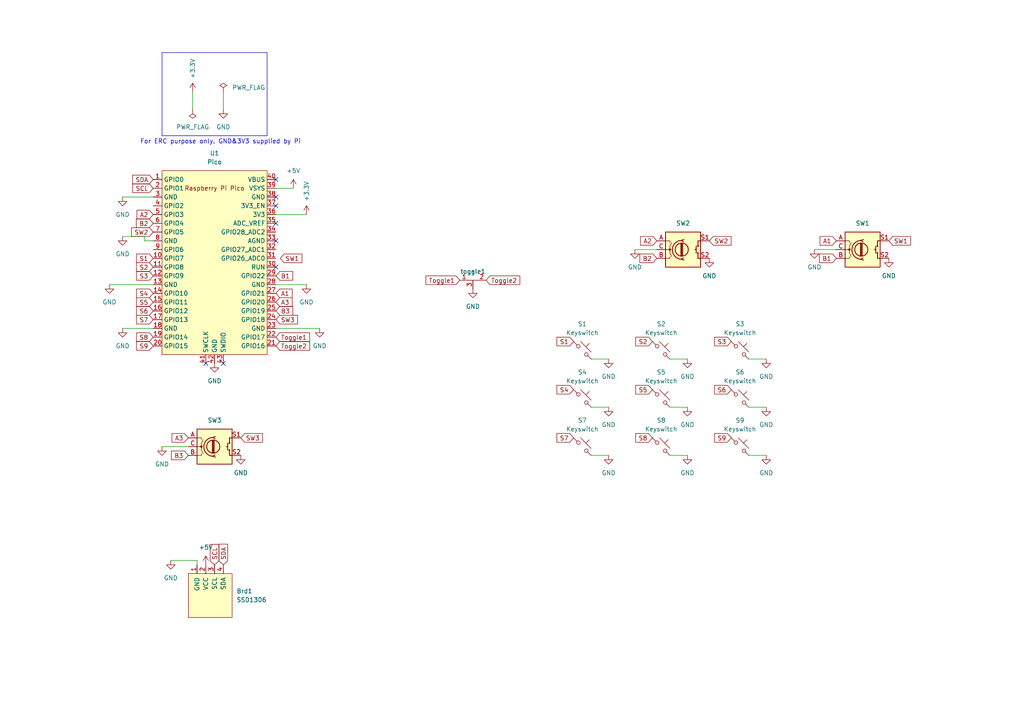
<source format=kicad_sch>
(kicad_sch (version 20230121) (generator eeschema)
  (paper "A4")
  (lib_symbols
    (symbol "Device:RotaryEncoder_Switch" (pin_names (offset 0.254) hide)
      (property "Reference" "SW" (at 0 6.604 0))
      (property "Value" "RotaryEncoder_Switch" (at 0 -6.604 0))
      (symbol "RotaryEncoder_Switch_0_1"
        (rectangle (start -5.08 5.08) (end 5.08 -5.08) (stroke (width 0.254)) (fill (type background)))
        (circle (center -3.81 0) (radius 0.254) (fill (type outline)))
        (circle (center -0.381 0) (radius 1.905) (stroke (width 0.254)))
        (arc (start -0.381 2.667) (mid -3.0988 -0.0635) (end -0.381 -2.794) (stroke (width 0.254)))
        (polyline (pts (xy -0.635 -1.778) (xy -0.635 1.778)) (stroke (width 0.254)))
        (polyline (pts (xy -0.381 -1.778) (xy -0.381 1.778)) (stroke (width 0.254)))
        (polyline (pts (xy -0.127 1.778) (xy -0.127 -1.778)) (stroke (width 0.254)))
        (polyline (pts (xy 3.81 0) (xy 3.429 0)) (stroke (width 0.254)))
        (polyline (pts (xy 3.81 1.016) (xy 3.81 -1.016)) (stroke (width 0.254)))
        (polyline (pts (xy -5.08 -2.54) (xy -3.81 -2.54) (xy -3.81 -2.032)))
        (polyline (pts (xy -5.08 2.54) (xy -3.81 2.54) (xy -3.81 2.032)))
        (polyline (pts (xy 0.254 -3.048) (xy -0.508 -2.794) (xy 0.127 -2.413)) (stroke (width 0.254)))
        (polyline (pts (xy 0.254 2.921) (xy -0.508 2.667) (xy 0.127 2.286)) (stroke (width 0.254)))
        (polyline (pts (xy 5.08 -2.54) (xy 4.318 -2.54) (xy 4.318 -1.016)) (stroke (width 0.254)))
        (polyline (pts (xy 5.08 2.54) (xy 4.318 2.54) (xy 4.318 1.016)) (stroke (width 0.254)))
        (polyline (pts (xy -5.08 0) (xy -3.81 0) (xy -3.81 -1.016) (xy -3.302 -2.032)))
        (polyline (pts (xy -4.318 0) (xy -3.81 0) (xy -3.81 1.016) (xy -3.302 2.032)))
        (circle (center 4.318 -1.016) (radius 0.127) (stroke (width 0.254)))
        (circle (center 4.318 1.016) (radius 0.127) (stroke (width 0.254)))
      )
      (symbol "RotaryEncoder_Switch_1_1"
        (pin passive line (at -7.62 2.54 0) (length 2.54) (name "A") (number "A"))
        (pin passive line (at -7.62 -2.54 0) (length 2.54) (name "B") (number "B"))
        (pin passive line (at -7.62 0 0) (length 2.54) (name "C") (number "C"))
        (pin passive line (at 7.62 2.54 180) (length 2.54) (name "S1") (number "S1"))
        (pin passive line (at 7.62 -2.54 180) (length 2.54) (name "S2") (number "S2"))
      )
    )
    (symbol "MCU_RaspberryPi_and_Boards:Pico"
      (property "Reference" "U" (at -13.97 27.94 0))
      (property "Value" "Pico" (at 0 19.05 0))
      (symbol "Pico_0_0"
        (text "Raspberry Pi Pico" (at 0 21.59 0) (effects (font (size 1.27 1.27))))
      )
      (symbol "Pico_0_1"
        (rectangle (start -15.24 26.67) (end 15.24 -26.67) (fill (type background)))
      )
      (symbol "Pico_1_1"
        (pin bidirectional line (at -17.78 24.13 0) (length 2.54) (name "GPIO0") (number "1"))
        (pin bidirectional line (at -17.78 1.27 0) (length 2.54) (name "GPIO7") (number "10"))
        (pin bidirectional line (at -17.78 -1.27 0) (length 2.54) (name "GPIO8") (number "11"))
        (pin bidirectional line (at -17.78 -3.81 0) (length 2.54) (name "GPIO9") (number "12"))
        (pin power_in line (at -17.78 -6.35 0) (length 2.54) (name "GND") (number "13"))
        (pin bidirectional line (at -17.78 -8.89 0) (length 2.54) (name "GPIO10") (number "14"))
        (pin bidirectional line (at -17.78 -11.43 0) (length 2.54) (name "GPIO11") (number "15"))
        (pin bidirectional line (at -17.78 -13.97 0) (length 2.54) (name "GPIO12") (number "16"))
        (pin bidirectional line (at -17.78 -16.51 0) (length 2.54) (name "GPIO13") (number "17"))
        (pin power_in line (at -17.78 -19.05 0) (length 2.54) (name "GND") (number "18"))
        (pin bidirectional line (at -17.78 -21.59 0) (length 2.54) (name "GPIO14") (number "19"))
        (pin bidirectional line (at -17.78 21.59 0) (length 2.54) (name "GPIO1") (number "2"))
        (pin bidirectional line (at -17.78 -24.13 0) (length 2.54) (name "GPIO15") (number "20"))
        (pin bidirectional line (at 17.78 -24.13 180) (length 2.54) (name "GPIO16") (number "21"))
        (pin bidirectional line (at 17.78 -21.59 180) (length 2.54) (name "GPIO17") (number "22"))
        (pin power_in line (at 17.78 -19.05 180) (length 2.54) (name "GND") (number "23"))
        (pin bidirectional line (at 17.78 -16.51 180) (length 2.54) (name "GPIO18") (number "24"))
        (pin bidirectional line (at 17.78 -13.97 180) (length 2.54) (name "GPIO19") (number "25"))
        (pin bidirectional line (at 17.78 -11.43 180) (length 2.54) (name "GPIO20") (number "26"))
        (pin bidirectional line (at 17.78 -8.89 180) (length 2.54) (name "GPIO21") (number "27"))
        (pin power_in line (at 17.78 -6.35 180) (length 2.54) (name "GND") (number "28"))
        (pin bidirectional line (at 17.78 -3.81 180) (length 2.54) (name "GPIO22") (number "29"))
        (pin power_in line (at -17.78 19.05 0) (length 2.54) (name "GND") (number "3"))
        (pin input line (at 17.78 -1.27 180) (length 2.54) (name "RUN") (number "30"))
        (pin bidirectional line (at 17.78 1.27 180) (length 2.54) (name "GPIO26_ADC0") (number "31"))
        (pin bidirectional line (at 17.78 3.81 180) (length 2.54) (name "GPIO27_ADC1") (number "32"))
        (pin power_in line (at 17.78 6.35 180) (length 2.54) (name "AGND") (number "33"))
        (pin bidirectional line (at 17.78 8.89 180) (length 2.54) (name "GPIO28_ADC2") (number "34"))
        (pin power_in line (at 17.78 11.43 180) (length 2.54) (name "ADC_VREF") (number "35"))
        (pin power_in line (at 17.78 13.97 180) (length 2.54) (name "3V3") (number "36"))
        (pin input line (at 17.78 16.51 180) (length 2.54) (name "3V3_EN") (number "37"))
        (pin bidirectional line (at 17.78 19.05 180) (length 2.54) (name "GND") (number "38"))
        (pin power_in line (at 17.78 21.59 180) (length 2.54) (name "VSYS") (number "39"))
        (pin bidirectional line (at -17.78 16.51 0) (length 2.54) (name "GPIO2") (number "4"))
        (pin power_in line (at 17.78 24.13 180) (length 2.54) (name "VBUS") (number "40"))
        (pin input line (at -2.54 -29.21 90) (length 2.54) (name "SWCLK") (number "41"))
        (pin power_in line (at 0 -29.21 90) (length 2.54) (name "GND") (number "42"))
        (pin bidirectional line (at 2.54 -29.21 90) (length 2.54) (name "SWDIO") (number "43"))
        (pin bidirectional line (at -17.78 13.97 0) (length 2.54) (name "GPIO3") (number "5"))
        (pin bidirectional line (at -17.78 11.43 0) (length 2.54) (name "GPIO4") (number "6"))
        (pin bidirectional line (at -17.78 8.89 0) (length 2.54) (name "GPIO5") (number "7"))
        (pin power_in line (at -17.78 6.35 0) (length 2.54) (name "GND") (number "8"))
        (pin bidirectional line (at -17.78 3.81 0) (length 2.54) (name "GPIO6") (number "9"))
      )
    )
    (symbol "Scotto keedbs:Placeholder_Keyswitch" (pin_numbers hide) (pin_names (offset 1.016) hide)
      (property "Reference" "S" (at 3.048 1.016 0))
      (property "Value" "Keyswitch" (at 0 -3.81 0))
      (symbol "Placeholder_Keyswitch_0_1"
        (circle (center -1.1684 1.1684) (radius 0.508))
        (polyline (pts (xy -0.508 2.54) (xy 2.54 -0.508)))
        (polyline (pts (xy 1.016 1.016) (xy 2.032 2.032)))
        (polyline (pts (xy -2.54 2.54) (xy -1.524 1.524) (xy -1.524 1.524)))
        (polyline (pts (xy 1.524 -1.524) (xy 2.54 -2.54) (xy 2.54 -2.54) (xy 2.54 -2.54)))
        (circle (center 1.143 -1.1938) (radius 0.508))
        (pin passive line (at -2.54 2.54 0) (length 0) (name "1") (number "1"))
        (pin passive line (at 2.54 -2.54 180) (length 0) (name "2") (number "2"))
      )
    )
    (symbol "dis:SSD1306" (pin_names (offset 1.016))
      (property "Reference" "Brd" (at 0 -3.81 0))
      (property "Value" "SSD1306" (at 0 -1.27 0))
      (symbol "SSD1306_0_1"
        (rectangle (start -6.35 6.35) (end 6.35 -6.35) (fill (type background)))
      )
      (symbol "SSD1306_1_1"
        (pin input line (at -3.81 8.89 270) (length 2.54) (name "GND") (number "1"))
        (pin input line (at -1.27 8.89 270) (length 2.54) (name "VCC") (number "2"))
        (pin input line (at 1.27 8.89 270) (length 2.54) (name "SCL") (number "3"))
        (pin input line (at 3.81 8.89 270) (length 2.54) (name "SDA") (number "4"))
      )
    )
    (symbol "power:+3.3V" (power) (pin_names (offset 0))
      (property "Value" "+3.3V" (at 0 3.556 0))
      (symbol "+3.3V_0_1"
        (polyline (pts (xy -0.762 1.27) (xy 0 2.54)))
        (polyline (pts (xy 0 0) (xy 0 2.54)))
        (polyline (pts (xy 0 2.54) (xy 0.762 1.27)))
      )
      (symbol "+3.3V_1_1"
        (pin power_in line (at 0 0 90) (length 0) hide (name "+3.3V") (number "1"))
      )
    )
    (symbol "power:+5V" (power) (pin_names (offset 0))
      (property "Value" "+5V" (at 0 3.556 0))
      (symbol "+5V_0_1"
        (polyline (pts (xy -0.762 1.27) (xy 0 2.54)))
        (polyline (pts (xy 0 0) (xy 0 2.54)))
        (polyline (pts (xy 0 2.54) (xy 0.762 1.27)))
      )
      (symbol "+5V_1_1"
        (pin power_in line (at 0 0 90) (length 0) hide (name "+5V") (number "1"))
      )
    )
    (symbol "power:GND" (power) (pin_names (offset 0))
      (property "Value" "GND" (at 0 -3.81 0))
      (symbol "GND_0_1"
        (polyline (pts (xy 0 0) (xy 0 -1.27) (xy 1.27 -1.27) (xy 0 -2.54) (xy -1.27 -1.27) (xy 0 -1.27)))
      )
      (symbol "GND_1_1"
        (pin power_in line (at 0 0 270) (length 0) hide (name "GND") (number "1"))
      )
    )
    (symbol "power:PWR_FLAG" (power) (pin_numbers hide) (pin_names (offset 0) hide)
      (property "Value" "PWR_FLAG" (at 0 3.81 0))
      (symbol "PWR_FLAG_0_0"
        (pin power_out line (at 0 0 90) (length 0) (name "pwr") (number "1"))
      )
      (symbol "PWR_FLAG_0_1"
        (polyline (pts (xy 0 0) (xy 0 1.27) (xy -1.016 1.905) (xy 0 2.54) (xy 1.016 1.905) (xy 0 1.27)))
      )
    )
    (symbol "toggle_on-off-on_1"
      (property "Reference" "toggle" (at 0 0 0))
      (symbol "toggle_on-off-on_1_0_1"
        (polyline (pts (xy -1.27 -2.54) (xy 1.27 -2.54) (xy 1.27 -2.54)))
      )
      (symbol "toggle_on-off-on_1_1_1"
        (pin output line (at -3.81 -2.54 0) (length 2.54) (name "") (number "1"))
        (pin output line (at 3.81 -2.54 180) (length 2.54) (name "") (number "2"))
        (pin input line (at 0 -5.08 90) (length 2.54) (name "") (number "3"))
      )
    )
  )
  (no_connect (at 80.01 64.77))
  (no_connect (at 80.01 69.85))
  (no_connect (at 80.01 57.15))
  (no_connect (at 64.77 105.41))
  (no_connect (at 59.69 105.41))
  (no_connect (at 80.01 52.07))
  (no_connect (at 80.01 59.69))
  (no_connect (at 80.01 77.47))
  (wire (pts (xy 222.25 118.11) (xy 217.17 118.11)))
  (wire (pts (xy 176.53 104.14) (xy 171.45 104.14)))
  (wire (pts (xy 222.25 132.08) (xy 217.17 132.08)))
  (wire (pts (xy 41.91 68.58) (xy 41.91 69.85)))
  (wire (pts (xy 92.71 95.25) (xy 80.01 95.25)))
  (wire (pts (xy 35.56 95.25) (xy 44.45 95.25)))
  (wire (pts (xy 85.09 54.61) (xy 80.01 54.61)))
  (wire (pts (xy 46.99 129.54) (xy 54.61 129.54)))
  (wire (pts (xy 199.39 118.11) (xy 194.31 118.11)))
  (wire (pts (xy 88.9 62.23) (xy 80.01 62.23)))
  (wire (pts (xy 80.01 82.55) (xy 88.9 82.55)))
  (wire (pts (xy 41.91 69.85) (xy 44.45 69.85)))
  (wire (pts (xy 64.77 26.67) (xy 64.77 31.75)))
  (wire (pts (xy 55.88 26.67) (xy 55.88 31.75)))
  (wire (pts (xy 176.53 132.08) (xy 171.45 132.08)))
  (wire (pts (xy 49.53 162.56) (xy 57.15 162.56)))
  (wire (pts (xy 176.53 118.11) (xy 171.45 118.11)))
  (wire (pts (xy 222.25 104.14) (xy 217.17 104.14)))
  (wire (pts (xy 199.39 132.08) (xy 194.31 132.08)))
  (wire (pts (xy 199.39 104.14) (xy 194.31 104.14)))
  (wire (pts (xy 31.75 82.55) (xy 44.45 82.55)))
  (wire (pts (xy 35.56 57.15) (xy 44.45 57.15)))
  (wire (pts (xy 236.22 72.39) (xy 242.57 72.39)))
  (wire (pts (xy 57.15 162.56) (xy 57.15 163.83)))
  (wire (pts (xy 184.15 72.39) (xy 190.5 72.39)))
  (wire (pts (xy 35.56 68.58) (xy 41.91 68.58)))
  (rectangle (start 46.99 15.24) (end 77.47 39.37))
  (text "For ERC purpose only. GND&3V3 supplied by Pi" (at 40.64 41.91 0) (effects (font (size 1.27 1.27)) (justify left bottom)))
  (global_label "S5" (shape input) (at 189.23 113.03 180) (property "Intersheetrefs" "${INTERSHEET_REFS}" (effects hide)))
  (global_label "S2" (shape input) (at 44.45 77.47 180) (property "Intersheetrefs" "${INTERSHEET_REFS}" (effects hide)))
  (global_label "S4" (shape input) (at 166.37 113.03 180) (property "Intersheetrefs" "${INTERSHEET_REFS}" (effects hide)))
  (global_label "SDA" (shape input) (at 64.77 163.83 90) (property "Intersheetrefs" "${INTERSHEET_REFS}" (effects hide)))
  (global_label "A2" (shape input) (at 190.5 69.85 180) (property "Intersheetrefs" "${INTERSHEET_REFS}" (effects hide)))
  (global_label "S3" (shape input) (at 212.09 99.06 180) (property "Intersheetrefs" "${INTERSHEET_REFS}" (effects hide)))
  (global_label "B2" (shape input) (at 44.45 64.77 180) (property "Intersheetrefs" "${INTERSHEET_REFS}" (effects hide)))
  (global_label "B3" (shape input) (at 54.61 132.08 180) (property "Intersheetrefs" "${INTERSHEET_REFS}" (effects hide)))
  (global_label "SCL" (shape input) (at 44.45 54.61 180) (property "Intersheetrefs" "${INTERSHEET_REFS}" (effects hide)))
  (global_label "SW3" (shape input) (at 69.85 127 0) (property "Intersheetrefs" "${INTERSHEET_REFS}" (effects hide)))
  (global_label "SCL" (shape input) (at 62.23 163.83 90) (property "Intersheetrefs" "${INTERSHEET_REFS}" (effects hide)))
  (global_label "SDA" (shape input) (at 44.45 52.07 180) (property "Intersheetrefs" "${INTERSHEET_REFS}" (effects hide)))
  (global_label "SW2" (shape input) (at 205.74 69.85 0) (property "Intersheetrefs" "${INTERSHEET_REFS}" (effects hide)))
  (global_label "SW2" (shape input) (at 44.45 67.31 180) (property "Intersheetrefs" "${INTERSHEET_REFS}" (effects hide)))
  (global_label "S9" (shape input) (at 212.09 127 180) (property "Intersheetrefs" "${INTERSHEET_REFS}" (effects hide)))
  (global_label "S9" (shape input) (at 44.45 100.33 180) (property "Intersheetrefs" "${INTERSHEET_REFS}" (effects hide)))
  (global_label "S1" (shape input) (at 44.45 74.93 180) (property "Intersheetrefs" "${INTERSHEET_REFS}" (effects hide)))
  (global_label "S5" (shape input) (at 44.45 87.63 180) (property "Intersheetrefs" "${INTERSHEET_REFS}" (effects hide)))
  (global_label "S7" (shape input) (at 44.45 92.71 180) (property "Intersheetrefs" "${INTERSHEET_REFS}" (effects hide)))
  (global_label "A3" (shape input) (at 80.01 87.63 0) (property "Intersheetrefs" "${INTERSHEET_REFS}" (effects hide)))
  (global_label "S8" (shape input) (at 44.45 97.79 180) (property "Intersheetrefs" "${INTERSHEET_REFS}" (effects hide)))
  (global_label "SW1" (shape input) (at 81.28 74.93 0) (property "Intersheetrefs" "${INTERSHEET_REFS}" (effects hide)))
  (global_label "S1" (shape input) (at 166.37 99.06 180) (property "Intersheetrefs" "${INTERSHEET_REFS}" (effects hide)))
  (global_label "S8" (shape input) (at 189.23 127 180) (property "Intersheetrefs" "${INTERSHEET_REFS}" (effects hide)))
  (global_label "S3" (shape input) (at 44.45 80.01 180) (property "Intersheetrefs" "${INTERSHEET_REFS}" (effects hide)))
  (global_label "SW1" (shape input) (at 257.81 69.85 0) (property "Intersheetrefs" "${INTERSHEET_REFS}" (effects hide)))
  (global_label "SW3" (shape input) (at 80.01 92.71 0) (property "Intersheetrefs" "${INTERSHEET_REFS}" (effects hide)))
  (global_label "A3" (shape input) (at 54.61 127 180) (property "Intersheetrefs" "${INTERSHEET_REFS}" (effects hide)))
  (global_label "Toggle2" (shape input) (at 140.97 81.28 0) (property "Intersheetrefs" "${INTERSHEET_REFS}" (effects hide)))
  (global_label "S2" (shape input) (at 189.23 99.06 180) (property "Intersheetrefs" "${INTERSHEET_REFS}" (effects hide)))
  (global_label "B1" (shape input) (at 242.57 74.93 180) (property "Intersheetrefs" "${INTERSHEET_REFS}" (effects hide)))
  (global_label "S6" (shape input) (at 44.45 90.17 180) (property "Intersheetrefs" "${INTERSHEET_REFS}" (effects hide)))
  (global_label "Toggle1" (shape input) (at 133.35 81.28 180) (property "Intersheetrefs" "${INTERSHEET_REFS}" (effects hide)))
  (global_label "S4" (shape input) (at 44.45 85.09 180) (property "Intersheetrefs" "${INTERSHEET_REFS}" (effects hide)))
  (global_label "S7" (shape input) (at 166.37 127 180) (property "Intersheetrefs" "${INTERSHEET_REFS}" (effects hide)))
  (global_label "B3" (shape input) (at 80.01 90.17 0) (property "Intersheetrefs" "${INTERSHEET_REFS}" (effects hide)))
  (global_label "A1" (shape input) (at 242.57 69.85 180) (property "Intersheetrefs" "${INTERSHEET_REFS}" (effects hide)))
  (global_label "B1" (shape input) (at 80.01 80.01 0) (property "Intersheetrefs" "${INTERSHEET_REFS}" (effects hide)))
  (global_label "A2" (shape input) (at 44.45 62.23 180) (property "Intersheetrefs" "${INTERSHEET_REFS}" (effects hide)))
  (global_label "A1" (shape input) (at 80.01 85.09 0) (property "Intersheetrefs" "${INTERSHEET_REFS}" (effects hide)))
  (global_label "Toggle1" (shape input) (at 80.01 97.79 0) (property "Intersheetrefs" "${INTERSHEET_REFS}" (effects hide)))
  (global_label "S6" (shape input) (at 212.09 113.03 180) (property "Intersheetrefs" "${INTERSHEET_REFS}" (effects hide)))
  (global_label "B2" (shape input) (at 190.5 74.93 180) (property "Intersheetrefs" "${INTERSHEET_REFS}" (effects hide)))
  (global_label "Toggle2" (shape input) (at 80.01 100.33 0) (property "Intersheetrefs" "${INTERSHEET_REFS}" (effects hide)))
  (symbol (lib_id "power:GND") (at 62.23 105.41 0) (unit 1)
    (property "Reference" "#PWR027" (effects hide))
    (property "Value" "GND" (at 62.23 110.49 0))
  )
  (symbol (lib_id "power:+3.3V") (at 55.88 26.67 0) (unit 1)
    (property "Reference" "#PWR026" (effects hide))
    (property "Value" "+3.3V" (at 55.88 22.86 90) (effects (justify left)))
  )
  (symbol (lib_id "power:GND") (at 184.15 72.39 0) (unit 1)
    (property "Reference" "#PWR02" (effects hide))
    (property "Value" "GND" (at 184.15 77.47 0))
  )
  (symbol (lib_id "power:GND") (at 199.39 118.11 0) (unit 1)
    (property "Reference" "#PWR013" (effects hide))
    (property "Value" "GND" (at 199.39 123.19 0))
  )
  (symbol (lib_id "Scotto keedbs:Placeholder_Keyswitch") (at 191.77 129.54 0) (unit 1)
    (property "Reference" "S8" (at 191.77 121.92 0))
    (property "Value" "Keyswitch" (at 191.77 124.46 0))
    (property "Footprint" "s_MX:MX_PCB_1.00u" (effects hide))
  )
  (symbol (lib_id "power:GND") (at 35.56 68.58 0) (unit 1)
    (property "Reference" "#PWR029" (effects hide))
    (property "Value" "GND" (at 35.56 73.66 0))
  )
  (symbol (lib_id "Scotto keedbs:Placeholder_Keyswitch") (at 214.63 129.54 0) (unit 1)
    (property "Reference" "S9" (at 214.63 121.92 0))
    (property "Value" "Keyswitch" (at 214.63 124.46 0))
    (property "Footprint" "s_MX:MX_PCB_1.00u" (effects hide))
  )
  (symbol (lib_id "Scotto keedbs:Placeholder_Keyswitch") (at 168.91 115.57 0) (unit 1)
    (property "Reference" "S4" (at 168.91 107.95 0))
    (property "Value" "Keyswitch" (at 168.91 110.49 0))
    (property "Footprint" "s_MX:MX_PCB_1.00u" (effects hide))
  )
  (symbol (lib_id "Scotto keedbs:Placeholder_Keyswitch") (at 214.63 101.6 0) (unit 1)
    (property "Reference" "S3" (at 214.63 93.98 0))
    (property "Value" "Keyswitch" (at 214.63 96.52 0))
    (property "Footprint" "s_MX:MX_PCB_1.00u" (effects hide))
  )
  (symbol (lib_name "toggle_on-off-on_1") (lib_id "Switch:toggle_on-off-on") (at 137.16 78.74 0) (unit 1)
    (property "Reference" "toggle1" (at 137.16 78.74 0))
    (property "Value" "~" (at 137.16 78.74 0))
    (property "Footprint" "Button_Switch_THT:Toggle on-off-on" (effects hide))
  )
  (symbol (lib_id "power:+5V") (at 59.69 163.83 0) (unit 1)
    (property "Reference" "#PWR01" (effects hide))
    (property "Value" "+5V" (at 59.69 158.75 0))
  )
  (symbol (lib_id "power:GND") (at 176.53 132.08 0) (unit 1)
    (property "Reference" "#PWR015" (effects hide))
    (property "Value" "GND" (at 176.53 137.16 0))
  )
  (symbol (lib_id "power:PWR_FLAG") (at 64.77 26.67 0) (unit 1)
    (property "Reference" "#FLG02" (effects hide))
    (property "Value" "PWR_FLAG" (at 67.31 25.4 0) (effects (justify left)))
  )
  (symbol (lib_id "power:GND") (at 176.53 104.14 0) (unit 1)
    (property "Reference" "#PWR09" (effects hide))
    (property "Value" "GND" (at 176.53 109.22 0))
  )
  (symbol (lib_id "power:GND") (at 92.71 95.25 0) (unit 1)
    (property "Reference" "#PWR07" (effects hide))
    (property "Value" "GND" (at 92.71 100.33 0))
  )
  (symbol (lib_id "power:GND") (at 199.39 132.08 0) (unit 1)
    (property "Reference" "#PWR016" (effects hide))
    (property "Value" "GND" (at 199.39 137.16 0))
  )
  (symbol (lib_id "power:GND") (at 88.9 82.55 0) (unit 1)
    (property "Reference" "#PWR025" (effects hide))
    (property "Value" "GND" (at 88.9 87.63 0))
  )
  (symbol (lib_id "power:GND") (at 222.25 132.08 0) (unit 1)
    (property "Reference" "#PWR017" (effects hide))
    (property "Value" "GND" (at 222.25 137.16 0))
  )
  (symbol (lib_id "Device:RotaryEncoder_Switch") (at 250.19 72.39 0) (unit 1)
    (property "Reference" "SW1" (at 250.19 64.77 0))
    (property "Value" "RotaryEncoder_Switch" (effects hide))
    (property "Footprint" "Rotary_Encoder:RotaryEncoder_Alps_EC11E-Switch_Vertical_H20mm" (effects hide))
  )
  (symbol (lib_id "power:GND") (at 199.39 104.14 0) (unit 1)
    (property "Reference" "#PWR010" (effects hide))
    (property "Value" "GND" (at 199.39 109.22 0))
  )
  (symbol (lib_id "power:GND") (at 35.56 95.25 0) (unit 1)
    (property "Reference" "#PWR028" (effects hide))
    (property "Value" "GND" (at 35.56 100.33 0))
  )
  (symbol (lib_id "power:PWR_FLAG") (at 55.88 31.75 180) (unit 1)
    (property "Reference" "#FLG01" (effects hide))
    (property "Value" "PWR_FLAG" (at 55.88 36.83 0))
  )
  (symbol (lib_id "Scotto keedbs:Placeholder_Keyswitch") (at 191.77 115.57 0) (unit 1)
    (property "Reference" "S5" (at 191.77 107.95 0))
    (property "Value" "Keyswitch" (at 191.77 110.49 0))
    (property "Footprint" "s_MX:MX_PCB_1.00u" (effects hide))
  )
  (symbol (lib_id "power:GND") (at 64.77 31.75 0) (unit 1)
    (property "Reference" "#PWR030" (effects hide))
    (property "Value" "GND" (at 64.77 36.83 0))
  )
  (symbol (lib_id "power:GND") (at 222.25 118.11 0) (unit 1)
    (property "Reference" "#PWR012" (effects hide))
    (property "Value" "GND" (at 222.25 123.19 0))
  )
  (symbol (lib_id "power:+5V") (at 85.09 54.61 0) (unit 1)
    (property "Reference" "#PWR04" (effects hide))
    (property "Value" "+5V" (at 85.09 49.53 0))
  )
  (symbol (lib_id "Scotto keedbs:Placeholder_Keyswitch") (at 191.77 101.6 0) (unit 1)
    (property "Reference" "S2" (at 191.77 93.98 0))
    (property "Value" "Keyswitch" (at 191.77 96.52 0))
    (property "Footprint" "s_MX:MX_PCB_1.00u" (effects hide))
  )
  (symbol (lib_id "Device:RotaryEncoder_Switch") (at 198.12 72.39 0) (unit 1)
    (property "Reference" "SW2" (at 198.12 64.77 0))
    (property "Value" "RotaryEncoder_Switch" (effects hide))
    (property "Footprint" "Rotary_Encoder:RotaryEncoder_Alps_EC11E-Switch_Vertical_H20mm" (effects hide))
  )
  (symbol (lib_id "power:GND") (at 176.53 118.11 0) (unit 1)
    (property "Reference" "#PWR014" (effects hide))
    (property "Value" "GND" (at 176.53 123.19 0))
  )
  (symbol (lib_id "power:GND") (at 222.25 104.14 0) (unit 1)
    (property "Reference" "#PWR011" (effects hide))
    (property "Value" "GND" (at 222.25 109.22 0))
  )
  (symbol (lib_id "power:GND") (at 257.81 74.93 0) (unit 1)
    (property "Reference" "#PWR034" (effects hide))
    (property "Value" "GND" (at 257.81 80.01 0))
  )
  (symbol (lib_id "power:GND") (at 31.75 82.55 0) (unit 1)
    (property "Reference" "#PWR022" (effects hide))
    (property "Value" "GND" (at 31.75 87.63 0))
  )
  (symbol (lib_id "power:GND") (at 205.74 74.93 0) (unit 1)
    (property "Reference" "#PWR03" (effects hide))
    (property "Value" "GND" (at 205.74 80.01 0))
  )
  (symbol (lib_id "Scotto keedbs:Placeholder_Keyswitch") (at 168.91 129.54 0) (unit 1)
    (property "Reference" "S7" (at 168.91 121.92 0))
    (property "Value" "Keyswitch" (at 168.91 124.46 0))
    (property "Footprint" "s_MX:MX_PCB_1.00u" (effects hide))
  )
  (symbol (lib_id "power:GND") (at 49.53 162.56 0) (unit 1)
    (property "Reference" "#PWR020" (effects hide))
    (property "Value" "GND" (at 49.53 167.64 0))
  )
  (symbol (lib_id "power:+3.3V") (at 88.9 62.23 0) (unit 1)
    (property "Reference" "#PWR024" (effects hide))
    (property "Value" "+3.3V" (at 88.9 58.42 90) (effects (justify left)))
  )
  (symbol (lib_id "Device:RotaryEncoder_Switch") (at 62.23 129.54 0) (unit 1)
    (property "Reference" "SW3" (at 62.23 121.92 0))
    (property "Value" "RotaryEncoder_Switch" (effects hide))
    (property "Footprint" "Rotary_Encoder:RotaryEncoder_Alps_EC11E-Switch_Vertical_H20mm" (effects hide))
  )
  (symbol (lib_id "power:GND") (at 35.56 57.15 0) (unit 1)
    (property "Reference" "#PWR023" (effects hide))
    (property "Value" "GND" (at 35.56 62.23 0))
  )
  (symbol (lib_id "dis:SSD1306") (at 60.96 172.72 0) (unit 1)
    (property "Reference" "Brd1" (at 68.58 171.45 0) (effects (justify left)))
    (property "Value" "SSD1306" (at 68.58 173.99 0) (effects (justify left)))
    (property "Footprint" "dsada:128x64OLED" (effects hide))
  )
  (symbol (lib_id "Scotto keedbs:Placeholder_Keyswitch") (at 168.91 101.6 0) (unit 1)
    (property "Reference" "S1" (at 168.91 93.98 0))
    (property "Value" "Keyswitch" (at 168.91 96.52 0))
    (property "Footprint" "s_MX:MX_PCB_1.00u" (effects hide))
  )
  (symbol (lib_id "MCU_RaspberryPi_and_Boards:Pico") (at 62.23 76.2 0) (unit 1)
    (property "Reference" "U1" (at 62.23 44.45 0))
    (property "Value" "Pico" (at 62.23 46.99 0))
    (property "Footprint" "MCU_RaspberryPi_and_Boards:RPi_Pico_SMD_TH" (effects hide))
  )
  (symbol (lib_id "Scotto keedbs:Placeholder_Keyswitch") (at 214.63 115.57 0) (unit 1)
    (property "Reference" "S6" (at 214.63 107.95 0))
    (property "Value" "Keyswitch" (at 214.63 110.49 0))
    (property "Footprint" "s_MX:MX_PCB_1.00u" (effects hide))
  )
  (symbol (lib_id "power:GND") (at 137.16 83.82 0) (unit 1)
    (property "Reference" "#PWR08" (effects hide))
    (property "Value" "GND" (at 137.16 88.9 0))
  )
  (symbol (lib_id "power:GND") (at 46.99 129.54 0) (unit 1)
    (property "Reference" "#PWR05" (effects hide))
    (property "Value" "GND" (at 46.99 134.62 0))
  )
  (symbol (lib_id "power:GND") (at 236.22 72.39 0) (unit 1)
    (property "Reference" "#PWR033" (effects hide))
    (property "Value" "GND" (at 236.22 77.47 0))
  )
  (symbol (lib_id "power:GND") (at 69.85 132.08 0) (unit 1)
    (property "Reference" "#PWR06" (effects hide))
    (property "Value" "GND" (at 69.85 137.16 0))
  )
)
</source>
